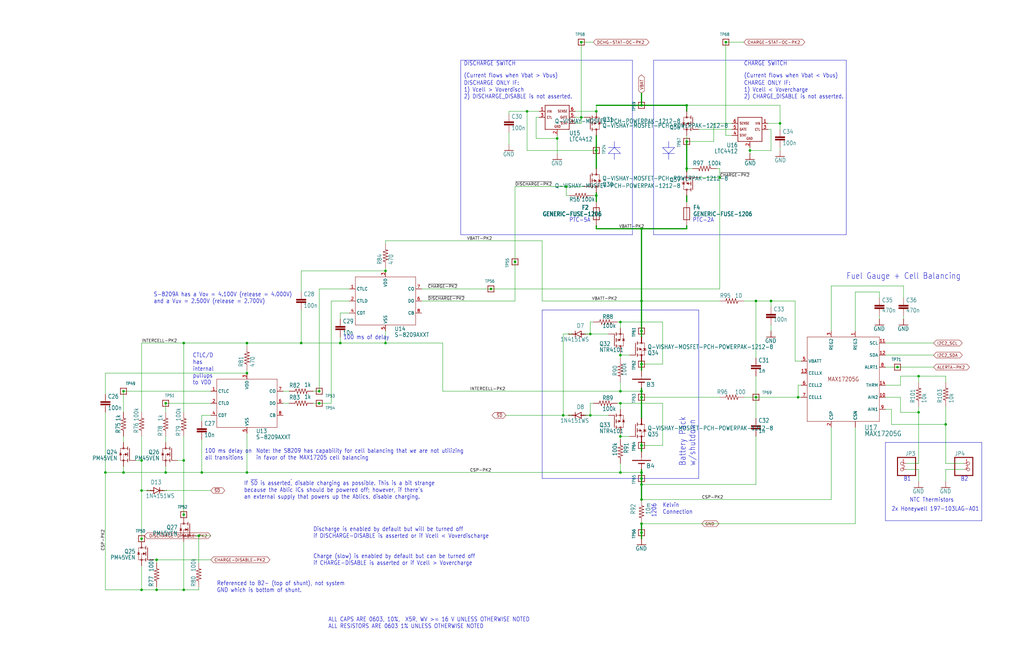
<source format=kicad_sch>
(kicad_sch (version 20230121) (generator eeschema)
  (paper "USLedger")
  (title_block (title "OreSat Battery Card - Pack 2 (Top)") (date "2023-12-02") (rev "3.1"))
  (junction (at 77.47 194.31))
  (junction (at 270.51 139.7))
  (junction (at 270.51 127))
  (junction (at 270.51 199.39))
  (junction (at 336.55 167.64))
  (junction (at 69.85 170.18))
  (junction (at 77.47 144.78))
  (junction (at 134.62 165.1))
  (junction (at 318.77 127))
  (junction (at 238.76 78.74))
  (junction (at 134.62 170.18))
  (junction (at 261.62 135.89))
  (junction (at 270.51 165.1))
  (junction (at 270.51 96.52))
  (junction (at 270.51 167.64))
  (junction (at 207.01 121.92))
  (junction (at 217.17 110.49))
  (junction (at 237.49 175.26))
  (junction (at 234.95 58.42))
  (junction (at 59.69 248.92))
  (junction (at 251.46 46.99))
  (junction (at 289.56 59.69))
  (junction (at 261.62 149.86))
  (junction (at 245.11 49.53))
  (junction (at 85.09 199.39))
  (junction (at 222.25 46.99))
  (junction (at 245.11 17.78))
  (junction (at 270.51 187.96))
  (junction (at 104.14 199.39))
  (junction (at 387.35 173.99))
  (junction (at 104.14 144.78))
  (junction (at 59.69 207.01))
  (junction (at 66.04 248.92))
  (junction (at 248.92 140.97))
  (junction (at 316.23 63.5))
  (junction (at 44.45 199.39))
  (junction (at 270.51 201.93))
  (junction (at 289.56 44.45))
  (junction (at 270.51 224.79))
  (junction (at 77.47 248.92))
  (junction (at 289.56 71.12))
  (junction (at 378.46 154.94))
  (junction (at 83.82 226.06))
  (junction (at 270.51 153.67))
  (junction (at 270.51 44.45))
  (junction (at 270.51 210.82))
  (junction (at 162.56 144.78))
  (junction (at 77.47 217.17))
  (junction (at 52.07 165.1))
  (junction (at 306.07 17.78))
  (junction (at 127 144.78))
  (junction (at 303.53 74.93))
  (junction (at 270.51 220.98))
  (junction (at 261.62 165.1))
  (junction (at 328.93 52.07))
  (junction (at 387.35 158.75))
  (junction (at 261.62 170.18))
  (junction (at 162.56 114.3))
  (junction (at 398.78 179.07))
  (junction (at 143.51 144.78))
  (junction (at 261.62 184.15))
  (junction (at 104.14 157.48))
  (junction (at 270.51 204.47))
  (junction (at 248.92 175.26))
  (junction (at 59.69 194.31))
  (junction (at 251.46 63.5))
  (junction (at 251.46 82.55))
  (junction (at 261.62 199.39))
  (junction (at 66.04 236.22))
  (junction (at 52.07 199.39))
  (junction (at 69.85 199.39))
  (junction (at 325.12 127))
  (junction (at 59.69 227.33))
  (junction (at 318.77 167.64))
  (wire (pts (xy 336.55 167.64) (xy 336.55 162.56)) (stroke (width 0.1524)))
  (wire (pts (xy 261.62 182.88) (xy 261.62 184.15)) (stroke (width 0.1524)))
  (wire (pts (xy 375.92 172.72) (xy 375.92 179.07)) (stroke (width 0.1524)))
  (wire (pts (xy 132.08 170.18) (xy 134.62 170.18)) (stroke (width 0.1524)))
  (wire (pts (xy 234.95 58.42) (xy 234.95 57.15)) (stroke (width 0.1524)))
  (wire (pts (xy 246.38 175.26) (xy 248.92 175.26)) (stroke (width 0.1524)))
  (polyline (pts (xy 228.6 130.81) (xy 228.6 201.93)) (stroke (width 0.1524) (type solid)))
  (wire (pts (xy 270.51 220.98) (xy 360.68 220.98)) (stroke (width 0.1524)))
  (wire (pts (xy 337.82 152.4) (xy 335.28 152.4)) (stroke (width 0.1524)))
  (wire (pts (xy 240.03 82.55) (xy 238.76 82.55)) (stroke (width 0.1524)))
  (wire (pts (xy 134.62 170.18) (xy 139.7 170.18)) (stroke (width 0.1524)))
  (wire (pts (xy 104.14 199.39) (xy 104.14 182.88)) (stroke (width 0.1524)))
  (wire (pts (xy 350.52 180.34) (xy 350.52 210.82)) (stroke (width 0.1524)))
  (wire (pts (xy 234.95 64.77) (xy 234.95 58.42)) (stroke (width 0.1524)))
  (polyline (pts (xy 414.02 186.69) (xy 373.38 186.69)) (stroke (width 0.1524) (type solid)))
  (wire (pts (xy 69.85 196.85) (xy 69.85 199.39)) (stroke (width 0.1524)))
  (wire (pts (xy 318.77 176.53) (xy 318.77 167.64)) (stroke (width 0.1524)))
  (wire (pts (xy 289.56 44.45) (xy 289.56 46.99)) (stroke (width 0.508)))
  (wire (pts (xy 88.9 165.1) (xy 52.07 165.1)) (stroke (width 0.1524)))
  (wire (pts (xy 246.38 78.74) (xy 238.76 78.74)) (stroke (width 0.1524)))
  (wire (pts (xy 248.92 140.97) (xy 256.54 140.97)) (stroke (width 0.1524)))
  (wire (pts (xy 379.73 162.56) (xy 379.73 158.75)) (stroke (width 0.1524)))
  (polyline (pts (xy 259.08 64.77) (xy 261.62 64.77)) (stroke (width 0.1524) (type solid)))
  (wire (pts (xy 387.35 195.58) (xy 382.27 195.58)) (stroke (width 0.1524)))
  (wire (pts (xy 289.56 59.69) (xy 289.56 57.15)) (stroke (width 0.1524)))
  (wire (pts (xy 270.51 201.93) (xy 270.51 199.39)) (stroke (width 0.508)))
  (wire (pts (xy 270.51 127) (xy 303.53 127)) (stroke (width 0.1524)))
  (wire (pts (xy 270.51 167.64) (xy 303.53 167.64)) (stroke (width 0.1524)))
  (wire (pts (xy 289.56 85.09) (xy 289.56 82.55)) (stroke (width 0.508)))
  (wire (pts (xy 360.68 123.19) (xy 360.68 139.7)) (stroke (width 0.1524)))
  (wire (pts (xy 306.07 17.78) (xy 313.69 17.78)) (stroke (width 0.1524)))
  (wire (pts (xy 325.12 63.5) (xy 325.12 54.61)) (stroke (width 0.1524)))
  (wire (pts (xy 289.56 71.12) (xy 289.56 59.69)) (stroke (width 0.508)))
  (polyline (pts (xy 281.94 64.77) (xy 281.94 67.31)) (stroke (width 0.1524) (type solid)))
  (polyline (pts (xy 194.31 25.4) (xy 266.7 25.4)) (stroke (width 0.1524) (type solid)))
  (wire (pts (xy 261.62 165.1) (xy 261.62 161.29)) (stroke (width 0.1524)))
  (wire (pts (xy 77.47 144.78) (xy 59.69 144.78)) (stroke (width 0.1524)))
  (wire (pts (xy 217.17 127) (xy 217.17 110.49)) (stroke (width 0.1524)))
  (wire (pts (xy 289.56 44.45) (xy 328.93 44.45)) (stroke (width 0.1524)))
  (wire (pts (xy 83.82 248.92) (xy 83.82 247.65)) (stroke (width 0.1524)))
  (wire (pts (xy 323.85 52.07) (xy 328.93 52.07)) (stroke (width 0.1524)))
  (wire (pts (xy 387.35 198.12) (xy 387.35 203.2)) (stroke (width 0.1524)))
  (polyline (pts (xy 261.62 62.23) (xy 259.08 62.23)) (stroke (width 0.1524) (type solid)))
  (wire (pts (xy 318.77 167.64) (xy 318.77 158.75)) (stroke (width 0.1524)))
  (wire (pts (xy 360.68 180.34) (xy 360.68 220.98)) (stroke (width 0.1524)))
  (wire (pts (xy 398.78 198.12) (xy 398.78 203.2)) (stroke (width 0.1524)))
  (wire (pts (xy 237.49 175.26) (xy 241.3 175.26)) (stroke (width 0.1524)))
  (wire (pts (xy 162.56 101.6) (xy 228.6 101.6)) (stroke (width 0.1524)))
  (wire (pts (xy 300.99 52.07) (xy 300.99 59.69)) (stroke (width 0.1524)))
  (wire (pts (xy 222.25 63.5) (xy 251.46 63.5)) (stroke (width 0.1524)))
  (polyline (pts (xy 281.94 62.23) (xy 281.94 59.69)) (stroke (width 0.1524) (type solid)))
  (wire (pts (xy 143.51 132.08) (xy 147.32 132.08)) (stroke (width 0.1524)))
  (wire (pts (xy 104.14 144.78) (xy 127 144.78)) (stroke (width 0.1524)))
  (wire (pts (xy 59.69 194.31) (xy 59.69 184.15)) (stroke (width 0.1524)))
  (wire (pts (xy 88.9 175.26) (xy 85.09 175.26)) (stroke (width 0.1524)))
  (wire (pts (xy 325.12 54.61) (xy 323.85 54.61)) (stroke (width 0.1524)))
  (wire (pts (xy 88.9 170.18) (xy 69.85 170.18)) (stroke (width 0.1524)))
  (wire (pts (xy 242.57 52.07) (xy 245.11 52.07)) (stroke (width 0.1524)))
  (polyline (pts (xy 194.31 99.06) (xy 194.31 25.4)) (stroke (width 0.1524) (type solid)))
  (polyline (pts (xy 275.59 99.06) (xy 356.87 99.06)) (stroke (width 0.1524) (type solid)))
  (wire (pts (xy 270.51 227.33) (xy 270.51 224.79)) (stroke (width 0.508)))
  (wire (pts (xy 248.92 170.18) (xy 248.92 175.26)) (stroke (width 0.1524)))
  (wire (pts (xy 379.73 158.75) (xy 387.35 158.75)) (stroke (width 0.1524)))
  (wire (pts (xy 246.38 140.97) (xy 248.92 140.97)) (stroke (width 0.1524)))
  (wire (pts (xy 387.35 173.99) (xy 387.35 171.45)) (stroke (width 0.1524)))
  (wire (pts (xy 270.51 167.64) (xy 270.51 165.1)) (stroke (width 0.508)))
  (polyline (pts (xy 275.59 25.4) (xy 356.87 25.4)) (stroke (width 0.1524) (type solid)))
  (wire (pts (xy 143.51 134.62) (xy 143.51 132.08)) (stroke (width 0.1524)))
  (wire (pts (xy 300.99 59.69) (xy 289.56 59.69)) (stroke (width 0.1524)))
  (polyline (pts (xy 294.64 130.81) (xy 294.64 201.93)) (stroke (width 0.1524) (type solid)))
  (wire (pts (xy 373.38 172.72) (xy 375.92 172.72)) (stroke (width 0.1524)))
  (wire (pts (xy 270.51 176.53) (xy 270.51 167.64)) (stroke (width 0.508)))
  (wire (pts (xy 328.93 62.23) (xy 328.93 63.5)) (stroke (width 0.1524)))
  (wire (pts (xy 336.55 162.56) (xy 337.82 162.56)) (stroke (width 0.1524)))
  (wire (pts (xy 251.46 82.55) (xy 251.46 81.28)) (stroke (width 0.508)))
  (polyline (pts (xy 275.59 25.4) (xy 275.59 99.06)) (stroke (width 0.1524) (type solid)))
  (wire (pts (xy 261.62 135.89) (xy 261.62 138.43)) (stroke (width 0.1524)))
  (wire (pts (xy 64.77 236.22) (xy 66.04 236.22)) (stroke (width 0.1524)))
  (wire (pts (xy 134.62 121.92) (xy 147.32 121.92)) (stroke (width 0.1524)))
  (wire (pts (xy 313.69 127) (xy 318.77 127)) (stroke (width 0.1524)))
  (wire (pts (xy 373.38 154.94) (xy 378.46 154.94)) (stroke (width 0.1524)))
  (wire (pts (xy 104.14 146.05) (xy 104.14 144.78)) (stroke (width 0.1524)))
  (wire (pts (xy 226.06 58.42) (xy 234.95 58.42)) (stroke (width 0.1524)))
  (polyline (pts (xy 259.08 62.23) (xy 256.54 64.77)) (stroke (width 0.1524) (type solid)))
  (wire (pts (xy 85.09 199.39) (xy 104.14 199.39)) (stroke (width 0.1524)))
  (wire (pts (xy 316.23 64.77) (xy 316.23 63.5)) (stroke (width 0.1524)))
  (polyline (pts (xy 284.48 64.77) (xy 281.94 64.77)) (stroke (width 0.1524) (type solid)))
  (polyline (pts (xy 266.7 25.4) (xy 266.7 99.06)) (stroke (width 0.1524) (type solid)))
  (wire (pts (xy 66.04 236.22) (xy 66.04 237.49)) (stroke (width 0.1524)))
  (wire (pts (xy 398.78 179.07) (xy 398.78 195.58)) (stroke (width 0.1524)))
  (wire (pts (xy 59.69 227.33) (xy 59.69 228.6)) (stroke (width 0.1524)))
  (wire (pts (xy 246.38 49.53) (xy 245.11 49.53)) (stroke (width 0.1524)))
  (wire (pts (xy 59.69 248.92) (xy 66.04 248.92)) (stroke (width 0.1524)))
  (wire (pts (xy 261.62 149.86) (xy 261.62 148.59)) (stroke (width 0.1524)))
  (wire (pts (xy 250.19 135.89) (xy 248.92 135.89)) (stroke (width 0.1524)))
  (wire (pts (xy 270.51 44.45) (xy 289.56 44.45)) (stroke (width 0.508)))
  (wire (pts (xy 52.07 173.99) (xy 52.07 165.1)) (stroke (width 0.1524)))
  (wire (pts (xy 306.07 57.15) (xy 308.61 57.15)) (stroke (width 0.1524)))
  (wire (pts (xy 242.57 46.99) (xy 251.46 46.99)) (stroke (width 0.1524)))
  (wire (pts (xy 69.85 173.99) (xy 69.85 170.18)) (stroke (width 0.1524)))
  (wire (pts (xy 260.35 135.89) (xy 261.62 135.89)) (stroke (width 0.1524)))
  (wire (pts (xy 398.78 179.07) (xy 398.78 171.45)) (stroke (width 0.1524)))
  (wire (pts (xy 162.56 114.3) (xy 127 114.3)) (stroke (width 0.1524)))
  (wire (pts (xy 325.12 129.54) (xy 325.12 127)) (stroke (width 0.1524)))
  (wire (pts (xy 228.6 127) (xy 270.51 127)) (stroke (width 0.1524)))
  (wire (pts (xy 82.55 226.06) (xy 83.82 226.06)) (stroke (width 0.1524)))
  (wire (pts (xy 237.49 140.97) (xy 237.49 175.26)) (stroke (width 0.1524)))
  (polyline (pts (xy 356.87 25.4) (xy 356.87 99.06)) (stroke (width 0.1524) (type solid)))
  (wire (pts (xy 270.51 187.96) (xy 270.51 186.69)) (stroke (width 0.508)))
  (wire (pts (xy 44.45 248.92) (xy 59.69 248.92)) (stroke (width 0.1524)))
  (wire (pts (xy 59.69 207.01) (xy 59.69 227.33)) (stroke (width 0.1524)))
  (wire (pts (xy 370.84 134.62) (xy 370.84 133.35)) (stroke (width 0.1524)))
  (wire (pts (xy 57.15 194.31) (xy 59.69 194.31)) (stroke (width 0.1524)))
  (wire (pts (xy 303.53 74.93) (xy 303.53 121.92)) (stroke (width 0.1524)))
  (wire (pts (xy 162.56 144.78) (xy 143.51 144.78)) (stroke (width 0.1524)))
  (wire (pts (xy 318.77 151.13) (xy 318.77 127)) (stroke (width 0.1524)))
  (polyline (pts (xy 373.38 186.69) (xy 373.38 219.71)) (stroke (width 0.1524) (type solid)))
  (wire (pts (xy 318.77 127) (xy 325.12 127)) (stroke (width 0.1524)))
  (wire (pts (xy 77.47 194.31) (xy 74.93 194.31)) (stroke (width 0.1524)))
  (wire (pts (xy 59.69 248.92) (xy 59.69 238.76)) (stroke (width 0.1524)))
  (wire (pts (xy 251.46 71.12) (xy 251.46 63.5)) (stroke (width 0.508)))
  (wire (pts (xy 245.11 49.53) (xy 245.11 17.78)) (stroke (width 0.1524)))
  (wire (pts (xy 77.47 194.31) (xy 77.47 217.17)) (stroke (width 0.1524)))
  (wire (pts (xy 308.61 52.07) (xy 300.99 52.07)) (stroke (width 0.1524)))
  (wire (pts (xy 119.38 165.1) (xy 121.92 165.1)) (stroke (width 0.1524)))
  (wire (pts (xy 77.47 248.92) (xy 77.47 228.6)) (stroke (width 0.1524)))
  (wire (pts (xy 127 144.78) (xy 127 130.81)) (stroke (width 0.1524)))
  (wire (pts (xy 77.47 194.31) (xy 77.47 184.15)) (stroke (width 0.1524)))
  (wire (pts (xy 143.51 144.78) (xy 143.51 142.24)) (stroke (width 0.1524)))
  (wire (pts (xy 270.51 204.47) (xy 318.77 204.47)) (stroke (width 0.1524)))
  (wire (pts (xy 260.35 170.18) (xy 261.62 170.18)) (stroke (width 0.1524)))
  (wire (pts (xy 139.7 170.18) (xy 139.7 127)) (stroke (width 0.1524)))
  (wire (pts (xy 350.52 120.65) (xy 381 120.65)) (stroke (width 0.1524)))
  (wire (pts (xy 328.93 44.45) (xy 328.93 52.07)) (stroke (width 0.1524)))
  (wire (pts (xy 139.7 127) (xy 147.32 127)) (stroke (width 0.1524)))
  (wire (pts (xy 217.17 110.49) (xy 217.17 78.74)) (stroke (width 0.1524)))
  (wire (pts (xy 66.04 248.92) (xy 77.47 248.92)) (stroke (width 0.1524)))
  (polyline (pts (xy 256.54 64.77) (xy 259.08 64.77)) (stroke (width 0.1524) (type solid)))
  (wire (pts (xy 337.82 167.64) (xy 336.55 167.64)) (stroke (width 0.1524)))
  (wire (pts (xy 289.56 71.12) (xy 292.1 71.12)) (stroke (width 0.1524)))
  (wire (pts (xy 162.56 102.87) (xy 162.56 101.6)) (stroke (width 0.1524)))
  (polyline (pts (xy 279.4 62.23) (xy 281.94 62.23)) (stroke (width 0.1524) (type solid)))
  (wire (pts (xy 59.69 194.31) (xy 59.69 207.01)) (stroke (width 0.1524)))
  (wire (pts (xy 132.08 165.1) (xy 134.62 165.1)) (stroke (width 0.1524)))
  (wire (pts (xy 270.51 142.24) (xy 270.51 139.7)) (stroke (width 0.508)))
  (wire (pts (xy 378.46 154.94) (xy 393.7 154.94)) (stroke (width 0.1524)))
  (polyline (pts (xy 259.08 62.23) (xy 256.54 62.23)) (stroke (width 0.1524) (type solid)))
  (wire (pts (xy 313.69 167.64) (xy 318.77 167.64)) (stroke (width 0.1524)))
  (wire (pts (xy 279.4 187.96) (xy 270.51 187.96)) (stroke (width 0.1524)))
  (wire (pts (xy 373.38 149.86) (xy 393.7 149.86)) (stroke (width 0.1524)))
  (wire (pts (xy 251.46 46.99) (xy 251.46 44.45)) (stroke (width 0.1524)))
  (wire (pts (xy 162.56 114.3) (xy 162.56 113.03)) (stroke (width 0.1524)))
  (wire (pts (xy 83.82 226.06) (xy 83.82 237.49)) (stroke (width 0.1524)))
  (polyline (pts (xy 281.94 62.23) (xy 284.48 62.23)) (stroke (width 0.1524) (type solid)))
  (wire (pts (xy 387.35 158.75) (xy 398.78 158.75)) (stroke (width 0.1524)))
  (polyline (pts (xy 281.94 64.77) (xy 279.4 62.23)) (stroke (width 0.1524) (type solid)))
  (wire (pts (xy 398.78 195.58) (xy 406.4 195.58)) (stroke (width 0.1524)))
  (wire (pts (xy 265.43 184.15) (xy 261.62 184.15)) (stroke (width 0.1524)))
  (wire (pts (xy 270.51 224.79) (xy 270.51 220.98)) (stroke (width 0.508)))
  (wire (pts (xy 270.51 163.83) (xy 270.51 165.1)) (stroke (width 0.508)))
  (wire (pts (xy 270.51 204.47) (xy 270.51 201.93)) (stroke (width 0.508)))
  (wire (pts (xy 52.07 186.69) (xy 52.07 184.15)) (stroke (width 0.1524)))
  (wire (pts (xy 222.25 46.99) (xy 214.63 46.99)) (stroke (width 0.1524)))
  (wire (pts (xy 289.56 72.39) (xy 289.56 71.12)) (stroke (width 0.508)))
  (wire (pts (xy 316.23 63.5) (xy 325.12 63.5)) (stroke (width 0.1524)))
  (wire (pts (xy 270.51 139.7) (xy 270.51 127)) (stroke (width 0.508)))
  (wire (pts (xy 248.92 135.89) (xy 248.92 140.97)) (stroke (width 0.1524)))
  (wire (pts (xy 63.5 207.01) (xy 59.69 207.01)) (stroke (width 0.1524)))
  (wire (pts (xy 207.01 121.92) (xy 177.8 121.92)) (stroke (width 0.1524)))
  (wire (pts (xy 104.14 157.48) (xy 104.14 156.21)) (stroke (width 0.1524)))
  (wire (pts (xy 261.62 151.13) (xy 261.62 149.86)) (stroke (width 0.1524)))
  (wire (pts (xy 162.56 144.78) (xy 162.56 139.7)) (stroke (width 0.1524)))
  (wire (pts (xy 270.51 44.45) (xy 270.51 39.37)) (stroke (width 0.508)))
  (wire (pts (xy 279.4 153.67) (xy 279.4 135.89)) (stroke (width 0.1524)))
  (wire (pts (xy 302.26 71.12) (xy 303.53 71.12)) (stroke (width 0.1524)))
  (wire (pts (xy 44.45 157.48) (xy 104.14 157.48)) (stroke (width 0.1524)))
  (wire (pts (xy 316.23 63.5) (xy 316.23 62.23)) (stroke (width 0.1524)))
  (wire (pts (xy 270.51 199.39) (xy 261.62 199.39)) (stroke (width 0.1524)))
  (wire (pts (xy 226.06 49.53) (xy 226.06 58.42)) (stroke (width 0.1524)))
  (wire (pts (xy 227.33 46.99) (xy 222.25 46.99)) (stroke (width 0.1524)))
  (polyline (pts (xy 259.08 62.23) (xy 259.08 59.69)) (stroke (width 0.1524) (type solid)))
  (wire (pts (xy 44.45 199.39) (xy 52.07 199.39)) (stroke (width 0.1524)))
  (wire (pts (xy 261.62 135.89) (xy 279.4 135.89)) (stroke (width 0.1524)))
  (wire (pts (xy 251.46 57.15) (xy 251.46 63.5)) (stroke (width 0.508)))
  (wire (pts (xy 381 134.62) (xy 381 133.35)) (stroke (width 0.1524)))
  (wire (pts (xy 222.25 63.5) (xy 222.25 46.99)) (stroke (width 0.1524)))
  (polyline (pts (xy 228.6 201.93) (xy 294.64 201.93)) (stroke (width 0.1524) (type solid)))
  (wire (pts (xy 406.4 198.12) (xy 398.78 198.12)) (stroke (width 0.1524)))
  (wire (pts (xy 66.04 247.65) (xy 66.04 248.92)) (stroke (width 0.1524)))
  (wire (pts (xy 52.07 199.39) (xy 69.85 199.39)) (stroke (width 0.1524)))
  (wire (pts (xy 52.07 196.85) (xy 52.07 199.39)) (stroke (width 0.1524)))
  (wire (pts (xy 303.53 121.92) (xy 207.01 121.92)) (stroke (width 0.1524)))
  (wire (pts (xy 306.07 17.78) (xy 306.07 57.15)) (stroke (width 0.1524)))
  (wire (pts (xy 251.46 82.55) (xy 251.46 85.09)) (stroke (width 0.508)))
  (wire (pts (xy 370.84 125.73) (xy 370.84 123.19)) (stroke (width 0.1524)))
  (wire (pts (xy 373.38 162.56) (xy 379.73 162.56)) (stroke (width 0.1524)))
  (wire (pts (xy 261.62 170.18) (xy 261.62 172.72)) (stroke (width 0.1524)))
  (wire (pts (xy 248.92 175.26) (xy 256.54 175.26)) (stroke (width 0.1524)))
  (wire (pts (xy 375.92 179.07) (xy 398.78 179.07)) (stroke (width 0.1524)))
  (wire (pts (xy 279.4 170.18) (xy 279.4 187.96)) (stroke (width 0.1524)))
  (wire (pts (xy 85.09 175.26) (xy 85.09 177.8)) (stroke (width 0.1524)))
  (wire (pts (xy 245.11 17.78) (xy 250.19 17.78)) (stroke (width 0.1524)))
  (polyline (pts (xy 266.7 99.06) (xy 194.31 99.06)) (stroke (width 0.1524) (type solid)))
  (wire (pts (xy 251.46 96.52) (xy 270.51 96.52)) (stroke (width 0.508)))
  (wire (pts (xy 379.73 173.99) (xy 387.35 173.99)) (stroke (width 0.1524)))
  (wire (pts (xy 261.62 184.15) (xy 261.62 185.42)) (stroke (width 0.1524)))
  (wire (pts (xy 261.62 195.58) (xy 261.62 199.39)) (stroke (width 0.1524)))
  (wire (pts (xy 227.33 49.53) (xy 226.06 49.53)) (stroke (width 0.1524)))
  (wire (pts (xy 387.35 161.29) (xy 387.35 158.75)) (stroke (width 0.1524)))
  (polyline (pts (xy 259.08 64.77) (xy 259.08 67.31)) (stroke (width 0.1524) (type solid)))
  (wire (pts (xy 143.51 144.78) (xy 127 144.78)) (stroke (width 0.1524)))
  (wire (pts (xy 294.64 74.93) (xy 303.53 74.93)) (stroke (width 0.1524)))
  (wire (pts (xy 261.62 199.39) (xy 104.14 199.39)) (stroke (width 0.1524)))
  (polyline (pts (xy 261.62 64.77) (xy 259.08 62.23)) (stroke (width 0.1524) (type solid)))
  (polyline (pts (xy 373.38 219.71) (xy 414.02 219.71)) (stroke (width 0.1524) (type solid)))
  (wire (pts (xy 270.51 210.82) (xy 350.52 210.82)) (stroke (width 0.1524)))
  (wire (pts (xy 303.53 74.93) (xy 303.53 71.12)) (stroke (width 0.1524)))
  (wire (pts (xy 250.19 170.18) (xy 248.92 170.18)) (stroke (width 0.1524)))
  (wire (pts (xy 242.57 49.53) (xy 245.11 49.53)) (stroke (width 0.1524)))
  (wire (pts (xy 66.04 236.22) (xy 88.9 236.22)) (stroke (width 0.1524)))
  (wire (pts (xy 44.45 199.39) (xy 44.45 248.92)) (stroke (width 0.1524)))
  (wire (pts (xy 335.28 152.4) (xy 335.28 127)) (stroke (width 0.1524)))
  (wire (pts (xy 387.35 198.12) (xy 382.27 198.12)) (stroke (width 0.1524)))
  (wire (pts (xy 228.6 127) (xy 228.6 101.6)) (stroke (width 0.1524)))
  (wire (pts (xy 186.69 144.78) (xy 162.56 144.78)) (stroke (width 0.1524)))
  (wire (pts (xy 69.85 184.15) (xy 69.85 186.69)) (stroke (width 0.1524)))
  (wire (pts (xy 379.73 167.64) (xy 379.73 173.99)) (stroke (width 0.1524)))
  (wire (pts (xy 85.09 185.42) (xy 85.09 199.39)) (stroke (width 0.1524)))
  (wire (pts (xy 373.38 167.64) (xy 379.73 167.64)) (stroke (width 0.1524)))
  (wire (pts (xy 177.8 127) (xy 217.17 127)) (stroke (width 0.1524)))
  (wire (pts (xy 44.45 199.39) (xy 44.45 173.99)) (stroke (width 0.1524)))
  (wire (pts (xy 250.19 82.55) (xy 251.46 82.55)) (stroke (width 0.1524)))
  (wire (pts (xy 238.76 78.74) (xy 217.17 78.74)) (stroke (width 0.1524)))
  (wire (pts (xy 77.47 248.92) (xy 83.82 248.92)) (stroke (width 0.1524)))
  (wire (pts (xy 270.51 165.1) (xy 261.62 165.1)) (stroke (width 0.1524)))
  (wire (pts (xy 83.82 226.06) (xy 88.9 226.06)) (stroke (width 0.1524)))
  (wire (pts (xy 318.77 167.64) (xy 336.55 167.64)) (stroke (width 0.1524)))
  (wire (pts (xy 134.62 165.1) (xy 134.62 121.92)) (stroke (width 0.1524)))
  (wire (pts (xy 261.62 165.1) (xy 186.69 165.1)) (stroke (width 0.1524)))
  (wire (pts (xy 214.63 48.26) (xy 214.63 46.99)) (stroke (width 0.1524)))
  (wire (pts (xy 241.3 140.97) (xy 237.49 140.97)) (stroke (width 0.1524)))
  (polyline (pts (xy 228.6 130.81) (xy 294.64 130.81)) (stroke (width 0.1524) (type solid)))
  (wire (pts (xy 270.51 156.21) (xy 270.51 153.67)) (stroke (width 0.508)))
  (wire (pts (xy 68.58 207.01) (xy 88.9 207.01)) (stroke (width 0.1524)))
  (wire (pts (xy 381 120.65) (xy 381 125.73)) (stroke (width 0.1524)))
  (wire (pts (xy 238.76 82.55) (xy 238.76 78.74)) (stroke (width 0.1524)))
  (polyline (pts (xy 284.48 62.23) (xy 281.94 64.77)) (stroke (width 0.1524) (type solid)))
  (wire (pts (xy 270.51 190.5) (xy 270.51 187.96)) (stroke (width 0.508)))
  (wire (pts (xy 270.51 198.12) (xy 270.51 199.39)) (stroke (width 0.508)))
  (wire (pts (xy 325.12 137.16) (xy 325.12 139.7)) (stroke (width 0.1524)))
  (wire (pts (xy 251.46 95.25) (xy 251.46 96.52)) (stroke (width 0.508)))
  (wire (pts (xy 270.51 96.52) (xy 270.51 127)) (stroke (width 0.508)))
  (wire (pts (xy 328.93 52.07) (xy 328.93 54.61)) (stroke (width 0.1524)))
  (wire (pts (xy 387.35 173.99) (xy 387.35 195.58)) (stroke (width 0.1524)))
  (wire (pts (xy 186.69 165.1) (xy 186.69 144.78)) (stroke (width 0.1524)))
  (wire (pts (xy 270.51 153.67) (xy 279.4 153.67)) (stroke (width 0.1524)))
  (wire (pts (xy 213.36 175.26) (xy 237.49 175.26)) (stroke (width 0.1524)))
  (wire (pts (xy 245.11 52.07) (xy 245.11 49.53)) (stroke (width 0.1524)))
  (wire (pts (xy 350.52 139.7) (xy 350.52 120.65)) (stroke (width 0.1524)))
  (wire (pts (xy 104.14 144.78) (xy 77.47 144.78)) (stroke (width 0.1524)))
  (wire (pts (xy 77.47 173.99) (xy 77.47 144.78)) (stroke (width 0.1524)))
  (wire (pts (xy 270.51 96.52) (xy 289.56 96.52)) (stroke (width 0.508)))
  (wire (pts (xy 127 114.3) (xy 127 123.19)) (stroke (width 0.1524)))
  (wire (pts (xy 325.12 127) (xy 335.28 127)) (stroke (width 0.1524)))
  (wire (pts (xy 398.78 158.75) (xy 398.78 161.29)) (stroke (width 0.1524)))
  (wire (pts (xy 370.84 123.19) (xy 360.68 123.19)) (stroke (width 0.1524)))
  (wire (pts (xy 261.62 170.18) (xy 279.4 170.18)) (stroke (width 0.1524)))
  (polyline (pts (xy 281.94 64.77) (xy 279.4 64.77)) (stroke (width 0.1524) (type solid)))
  (wire (pts (xy 119.38 170.18) (xy 121.92 170.18)) (stroke (width 0.1524)))
  (wire (pts (xy 373.38 144.78) (xy 393.7 144.78)) (stroke (width 0.1524)))
  (wire (pts (xy 318.77 184.15) (xy 318.77 204.47)) (stroke (width 0.1524)))
  (wire (pts (xy 44.45 166.37) (xy 44.45 157.48)) (stroke (width 0.1524)))
  (wire (pts (xy 265.43 149.86) (xy 261.62 149.86)) (stroke (width 0.1524)))
  (wire (pts (xy 270.51 204.47) (xy 270.51 210.82)) (stroke (width 0.508)))
  (polyline (pts (xy 414.02 219.71) (xy 414.02 186.69)) (stroke (width 0.1524) (type solid)))
  (wire (pts (xy 69.85 199.39) (xy 85.09 199.39)) (stroke (width 0.1524)))
  (wire (pts (xy 77.47 217.17) (xy 77.47 218.44)) (stroke (width 0.1524)))
  (wire (pts (xy 270.51 153.67) (xy 270.51 152.4)) (stroke (width 0.508)))
  (wire (pts (xy 294.64 54.61) (xy 308.61 54.61)) (stroke (width 0.1524)))
  (wire (pts (xy 59.69 173.99) (xy 59.69 144.78)) (stroke (width 0.1524)))
  (wire (pts (xy 289.56 95.25) (xy 289.56 96.52)) (stroke (width 0.508)))
  (wire (pts (xy 214.63 55.88) (xy 214.63 60.96)) (stroke (width 0.1524)))
  (wire (pts (xy 251.46 44.45) (xy 270.51 44.45)) (stroke (width 0.508)))
  (text "CHARGE SWITCH" (at 313.69 27.94 0) (effects (font (size 1.778 1.5113)) (justify left bottom)))
  (text "CTLC/D\nhas\ninternal\npullups\nto VDD" (at 81.28 162.56 0) (effects (font (size 1.778 1.5113)) (justify left bottom)))
  (text "1206" (at 276.86 218.44 90) (effects (font (size 1.778 1.5113)) (justify left bottom)))
  (text "If ~{SD} is asserted~{,} disable charging as possible. This is a bit strange\nbecause the Ablic ICs should be powered off; however, if there's\nan external supply that powers up the Ablics, disable charging." (at 102.87 210.82 0) (effects (font (size 1.778 1.5113)) (justify left bottom)))
  (text "NTC Thermistors" (at 383.54 212.09 0) (effects (font (size 1.778 1.5113)) (justify left bottom)))
  (text "Battery Pack\nw/shutdown" (at 293.37 196.85 90) (effects (font (size 2.54 2.159)) (justify left bottom)))
  (text "PTC-5A" (at 240.03 93.98 0) (effects (font (size 1.778 1.5113)) (justify left bottom)))
  (text "Referenced to B2- (top of shunt), not system\nGND which is bottom of shunt." (at 91.44 250.19 0) (effects (font (size 1.778 1.5113)) (justify left bottom)))
  (text "100 ms delay on\nall transitions" (at 86.36 194.31 0) (effects (font (size 1.778 1.5113)) (justify left bottom)))
  (text "2x Honeywell 197-103LAG-A01" (at 375.92 215.9 0) (effects (font (size 1.778 1.5113)) (justify left bottom)))
  (text "Fuel Gauge + Cell Balancing" (at 356.87 118.11 0) (effects (font (size 2.54 2.159)) (justify left bottom)))
  (text "100 ms of delay" (at 144.78 143.51 0) (effects (font (size 1.778 1.5113)) (justify left bottom)))
  (text "PTC-2A" (at 292.1 93.98 0) (effects (font (size 1.778 1.5113)) (justify left bottom)))
  (text "(Current flows when Vbat > Vbus)" (at 195.58 33.02 0) (effects (font (size 1.778 1.5113)) (justify left bottom)))
  (text "B2" (at 405.13 203.2 0) (effects (font (size 1.778 1.5113)) (justify left bottom)))
  (text "ALL CAPS ARE 0603, 10%,  X5R, WV >= 16 V UNLESS OTHERWISE NOTED\nALL RESISTORS ARE 0603 1% UNLESS OTHERWISE NOTED" (at 138.43 265.43 0) (effects (font (size 1.778 1.5113)) (justify left bottom)))
  (text "DISCHARGE SWITCH" (at 195.58 27.94 0) (effects (font (size 1.778 1.5113)) (justify left bottom)))
  (text "DISCHARGE ONLY IF:\n1) Vcell > Voverdisch\n2) DISCHARGE_DISABLE is not asserted." (at 195.58 41.91 0) (effects (font (size 1.778 1.5113)) (justify left bottom)))
  (text "Discharge is enabled by default but will be turned off\nif DISCHARGE-DISABLE is asserted or if Vcell < Voverdischarge" (at 132.08 227.33 0) (effects (font (size 1.778 1.5113)) (justify left bottom)))
  (text "Charge (slow) is enabled by default but can be turned off\nif CHARGE-DISABLE is asserted or if Vcell > Vovercharge" (at 132.08 238.76 0) (effects (font (size 1.778 1.5113)) (justify left bottom)))
  (text "Kelvin\nConnection" (at 279.4 217.17 0) (effects (font (size 1.778 1.5113)) (justify left bottom)))
  (text "B1" (at 381 203.2 0) (effects (font (size 1.778 1.5113)) (justify left bottom)))
  (text "S-8209A has a Vov = 4.100V (release = 4.000V)\nand a Vuv = 2.500V (release = 2.700V)" (at 64.77 128.27 0) (effects (font (size 1.778 1.5113)) (justify left bottom)))
  (text "Note: the S8209 has capability for cell balancing that we are not utilizing\nin favor of the MAX17205 cell balancing" (at 107.95 194.31 0) (effects (font (size 1.778 1.5113)) (justify left bottom)))
  (text "CHARGE ONLY IF:\n1) Vcell < Vovercharge\n2) CHARGE_DISABLE is not asserted." (at 313.69 41.91 0) (effects (font (size 1.778 1.5113)) (justify left bottom)))
  (text "(Current flows when Vbat < Vbus)" (at 313.69 33.02 0) (effects (font (size 1.778 1.5113)) (justify left bottom)))
  (label "VBATT-PK2" (at 260.985 96.52 0) (effects (font (size 1.2446 1.2446))))
  (label "INTERCELL-PK2" (at 59.69 144.78 0) (effects (font (size 1.2446 1.2446))))
  (label "~{DISCHARGE-PK2}" (at 180.34 127 0) (effects (font (size 1.2446 1.2446))))
  (label "~{CHARGE-PK2}" (at 180.34 121.92 0) (effects (font (size 1.2446 1.2446))))
  (label "INTERCELL-PK2" (at 198.12 165.1 0) (effects (font (size 1.2446 1.2446))))
  (label "~{DISCHARGE-PK2}" (at 217.17 78.74 0) (effects (font (size 1.2446 1.2446))))
  (label "~{CHARGE-PK2}" (at 303.53 74.93 0) (effects (font (size 1.2446 1.2446))))
  (label "CSP-PK2" (at 295.91 210.82 0) (effects (font (size 1.2446 1.2446))))
  (label "VBATT-PK2" (at 249.555 127 0) (effects (font (size 1.2446 1.2446))))
  (label "CSP-PK2" (at 44.45 232.41 90) (effects (font (size 1.2446 1.2446))))
  (label "CSP-PK2" (at 198.12 199.39 0) (effects (font (size 1.2446 1.2446))))
  (label "VBATT-PK2" (at 196.85 101.6 0) (effects (font (size 1.2446 1.2446))))
  (global_label "I2C2_SCL" (shape bidirectional) (at 393.7 144.78 0) (effects (font (size 1.2446 1.2446))) (property "Intersheetrefs" "${INTERSHEET_REFS}" (effects hide)))
  (global_label "CHARGE-STAT-OC-PK2" (shape bidirectional) (at 313.69 17.78 0) (effects (font (size 1.2446 1.2446))) (property "Intersheetrefs" "${INTERSHEET_REFS}" (effects hide)))
  (global_label "~{SD}" (shape bidirectional) (at 88.9 207.01 0) (effects (font (size 1.2446 1.2446))) (property "Intersheetrefs" "${INTERSHEET_REFS}" (effects hide)))
  (global_label "~{SD}" (shape bidirectional) (at 213.36 175.26 180) (effects (font (size 1.2446 1.2446))) (property "Intersheetrefs" "${INTERSHEET_REFS}" (effects hide)))
  (global_label "GND" (shape bidirectional) (at 295.91 220.98 0) (effects (font (size 1.2446 1.2446))) (property "Intersheetrefs" "${INTERSHEET_REFS}" (effects hide)))
  (global_label "DCHG-STAT-OC-PK2" (shape bidirectional) (at 250.19 17.78 0) (effects (font (size 1.2446 1.2446))) (property "Intersheetrefs" "${INTERSHEET_REFS}" (effects hide)))
  (global_label "VBAT" (shape bidirectional) (at 270.51 39.37 90) (effects (font (size 1.2446 1.2446))) (property "Intersheetrefs" "${INTERSHEET_REFS}" (effects hide)))
  (global_label "ALERTA-PK2" (shape bidirectional) (at 393.7 154.94 0) (effects (font (size 1.2446 1.2446))) (property "Intersheetrefs" "${INTERSHEET_REFS}" (effects hide)))
  (global_label "DISCHARGE-DISABLE-PK2" (shape bidirectional) (at 88.9 226.06 180) (effects (font (size 1.2446 1.2446))) (property "Intersheetrefs" "${INTERSHEET_REFS}" (effects hide)))
  (global_label "CHARGE-DISABLE-PK2" (shape bidirectional) (at 88.9 236.22 0) (effects (font (size 1.2446 1.2446))) (property "Intersheetrefs" "${INTERSHEET_REFS}" (effects hide)))
  (global_label "I2C2_SDA" (shape bidirectional) (at 393.7 149.86 0) (effects (font (size 1.2446 1.2446))) (property "Intersheetrefs" "${INTERSHEET_REFS}" (effects hide)))
  (symbol (lib_id "oresat-batteries-eagle-import:R-US_0603-C-NOSILK") (at 245.11 82.55 0) (unit 1)
    (property "Reference" "R56" (at 240.03 85.09 0) (effects (font (size 1.778 1.5113)) (justify left bottom)))
    (property "Value" "100k" (at 245.11 85.09 0) (effects (font (size 1.778 1.5113)) (justify left bottom)))
    (property "Footprint" "oresat-batteries:.0603-C-NOSILK" (effects hide))
    (property "DIS" "Digi-Key" (effects hide))
    (property "DPN" "RR08P100KDCT-ND" (effects hide))
    (property "MFR" "Yageo" (effects hide))
    (property "MPN" "RR0816P-104-D" (effects hide))
  )
  (symbol (lib_id "oresat-batteries-eagle-import:TEST-POINT-LARGE-SQUARE") (at 270.51 224.79 90) (unit 1)
    (property "Reference" "TP66" (at 267.97 227.33 0) (effects (font (size 1.27 1.0795)) (justify left bottom)))
    (property "Value" "TEST-POINT-LARGE-SQUARE" (effects hide))
    (property "Footprint" "oresat-batteries:1X01" (effects hide))
  )
  (symbol (lib_id "oresat-batteries-eagle-import:Q-VISHAY-MOSFET-PCH-POWERPAK-1212-8") (at 267.97 147.32 0) (mirror x) (unit 1)
    (property "Reference" "Q34" (at 273.05 147.955 0) (effects (font (size 1.778 1.5113)) (justify left bottom)))
    (property "Value" "Q-VISHAY-MOSFET-PCH-POWERPAK-1212-8" (at 273.05 145.415 0) (effects (font (size 1.778 1.5113)) (justify left bottom)))
    (property "Footprint" "oresat-batteries:POWERPAK-1212-8" (effects hide))
    (property "DIS" "Digi-Key" (effects hide))
    (property "DPN" "SI7625DN-T1-GE3CT-ND" (effects hide))
    (property "MFR" "Vishay" (effects hide))
    (property "MPN" "SI7625DN-T1-GE3" (effects hide))
  )
  (symbol (lib_id "oresat-batteries-eagle-import:Q-VISHAY-MOSFET-PCH-POWERPAK-1212-8") (at 248.92 52.07 0) (unit 1)
    (property "Reference" "Q31" (at 254 51.435 0) (effects (font (size 1.778 1.5113)) (justify left bottom)))
    (property "Value" "Q-VISHAY-MOSFET-PCH-POWERPAK-1212-8" (at 254 53.975 0) (effects (font (size 1.778 1.5113)) (justify left bottom)))
    (property "Footprint" "oresat-batteries:POWERPAK-1212-8" (effects hide))
    (property "DIS" "Digi-Key" (effects hide))
    (property "DPN" "SI7625DN-T1-GE3CT-ND" (effects hide))
    (property "MFR" "Vishay" (effects hide))
    (property "MPN" "SI7625DN-T1-GE3" (effects hide))
  )
  (symbol (lib_id "oresat-batteries-eagle-import:R-US_0603-C-NOSILK") (at 398.78 166.37 90) (unit 1)
    (property "Reference" "R103" (at 397.2814 170.18 0) (effects (font (size 1.778 1.5113)) (justify left bottom)))
    (property "Value" "10k" (at 402.082 170.18 0) (effects (font (size 1.778 1.5113)) (justify left bottom)))
    (property "Footprint" "oresat-batteries:.0603-C-NOSILK" (effects hide))
    (property "DIS" "Digi-Key" (effects hide))
    (property "DPN" "311-10.0KHRCT-ND" (effects hide))
    (property "MFR" "Yageo" (effects hide))
    (property "MPN" "RC0603FR-0710KL" (effects hide))
  )
  (symbol (lib_id "oresat-batteries-eagle-import:supply1_GND") (at 325.12 142.24 0) (unit 1)
    (property "Reference" "#GND064" (effects hide))
    (property "Value" "GND" (at 322.58 144.78 0) (effects (font (size 1.778 1.5113)) (justify left bottom)))
  )
  (symbol (lib_id "oresat-batteries-eagle-import:supply1_GND") (at 387.35 205.74 0) (unit 1)
    (property "Reference" "#GND070" (effects hide))
    (property "Value" "GND" (at 384.81 208.28 0) (effects (font (size 1.778 1.5113)) (justify left bottom)))
  )
  (symbol (lib_id "oresat-batteries-eagle-import:C-EU0603-C-NOSILK") (at 318.77 179.07 0) (unit 1)
    (property "Reference" "C32" (at 319.786 178.435 0) (effects (font (size 1.778 1.5113)) (justify left bottom)))
    (property "Value" "1n" (at 319.786 182.753 0) (effects (font (size 1.778 1.5113)) (justify left bottom)))
    (property "Footprint" "oresat-batteries:.0603-C-NOSILK" (effects hide))
    (property "DIS" "Digi-Key" (effects hide))
    (property "DPN" "311-1080-1-ND" (effects hide))
    (property "MFR" "Yageo" (effects hide))
    (property "MPN" "CC0603KRX7R9BB102" (effects hide))
  )
  (symbol (lib_id "oresat-batteries-eagle-import:TEST-POINT-LARGE-SQUARE") (at 270.51 167.64 90) (unit 1)
    (property "Reference" "TP63" (at 267.97 170.18 0) (effects (font (size 1.27 1.0795)) (justify left bottom)))
    (property "Value" "TEST-POINT-LARGE-SQUARE" (effects hide))
    (property "Footprint" "oresat-batteries:1X01" (effects hide))
  )
  (symbol (lib_id "oresat-batteries-eagle-import:TEST-POINT-LARGE-SQUARE") (at 270.51 153.67 90) (unit 1)
    (property "Reference" "TP62" (at 267.97 156.21 0) (effects (font (size 1.27 1.0795)) (justify left bottom)))
    (property "Value" "TEST-POINT-LARGE-SQUARE" (effects hide))
    (property "Footprint" "oresat-batteries:1X01" (effects hide))
  )
  (symbol (lib_id "oresat-batteries-eagle-import:C-EU0603-C-NOSILK") (at 214.63 50.8 0) (unit 1)
    (property "Reference" "C30" (at 215.646 50.165 0) (effects (font (size 1.778 1.5113)) (justify left bottom)))
    (property "Value" "100n" (at 215.646 54.991 0) (effects (font (size 1.778 1.5113)) (justify left bottom)))
    (property "Footprint" "oresat-batteries:.0603-C-NOSILK" (effects hide))
    (property "DIS" "Digi-Key" (effects hide))
    (property "DPN" "399-1099-1-ND" (effects hide))
    (property "MFR" "Kemet" (effects hide))
    (property "MPN" "C0603C104M4RACTU" (effects hide))
  )
  (symbol (lib_id "oresat-batteries-eagle-import:R-US_0603-C-NOSILK") (at 69.85 179.07 90) (unit 1)
    (property "Reference" "R78" (at 68.58 184.15 0) (effects (font (size 1.778 1.5113)) (justify left bottom)))
    (property "Value" "1k" (at 68.58 177.8 0) (effects (font (size 1.778 1.5113)) (justify left bottom)))
    (property "Footprint" "oresat-batteries:.0603-C-NOSILK" (effects hide))
    (property "DIS" "Digi-Key" (effects hide))
    (property "DPN" "311-1.0KGRCT-ND" (effects hide))
    (property "MFR" "Yageo" (effects hide))
    (property "MPN" "RC0603JR-071KL" (effects hide))
  )
  (symbol (lib_id "oresat-batteries-eagle-import:N-MOSFET-SOT-23-3") (at 54.61 191.77 0) (mirror y) (unit 1)
    (property "Reference" "Q24" (at 49.53 191.77 0) (effects (font (size 1.778 1.5113)) (justify left bottom)))
    (property "Value" "PM45VEN" (at 49.53 194.31 0) (effects (font (size 1.778 1.5113)) (justify left bottom)))
    (property "Footprint" "oresat-batteries:SOT23-3" (effects hide))
    (property "DIS" "Digi-Key" (effects hide))
    (property "DPN" "1727-2307-1-ND" (effects hide))
    (property "MFR" "Nexperia" (effects hide))
    (property "MPN" "PMV45EN2R" (effects hide))
  )
  (symbol (lib_id "oresat-batteries-eagle-import:R-US_0603-C-NOSILK") (at 162.56 107.95 90) (unit 1)
    (property "Reference" "R84" (at 161.0614 111.76 0) (effects (font (size 1.778 1.5113)) (justify left bottom)))
    (property "Value" "470" (at 165.862 111.76 0) (effects (font (size 1.778 1.5113)) (justify left bottom)))
    (property "Footprint" "oresat-batteries:.0603-C-NOSILK" (effects hide))
    (property "DIS" "Digi-Key" (effects hide))
    (property "DPN" "311-470GRCT-ND" (effects hide))
    (property "MFR" "Yageo" (effects hide))
    (property "MPN" "RC0603JR-07470RL" (effects hide))
  )
  (symbol (lib_id "oresat-batteries-eagle-import:supply1_GND") (at 214.63 63.5 0) (unit 1)
    (property "Reference" "#GND059" (effects hide))
    (property "Value" "GND" (at 212.09 66.04 0) (effects (font (size 1.778 1.5113)) (justify left bottom)))
  )
  (symbol (lib_id "oresat-batteries-eagle-import:supply1_GND") (at 316.23 67.31 0) (mirror y) (unit 1)
    (property "Reference" "#GND063" (effects hide))
    (property "Value" "GND" (at 318.77 69.85 0) (effects (font (size 1.778 1.5113)) (justify left bottom)))
  )
  (symbol (lib_id "oresat-batteries-eagle-import:Q-VISHAY-MOSFET-PCH-POWERPAK-1212-8") (at 267.97 181.61 0) (mirror x) (unit 1)
    (property "Reference" "Q35" (at 273.05 182.245 0) (effects (font (size 1.778 1.5113)) (justify left bottom)))
    (property "Value" "Q-VISHAY-MOSFET-PCH-POWERPAK-1212-8" (at 273.05 179.705 0) (effects (font (size 1.778 1.5113)) (justify left bottom)))
    (property "Footprint" "oresat-batteries:POWERPAK-1212-8" (effects hide))
    (property "DIS" "Digi-Key" (effects hide))
    (property "DPN" "SI7625DN-T1-GE3CT-ND" (effects hide))
    (property "MFR" "Vishay" (effects hide))
    (property "MPN" "SI7625DN-T1-GE3" (effects hide))
  )
  (symbol (lib_id "oresat-batteries-eagle-import:TEST-POINT-LARGE-SQUARE") (at 59.69 227.33 0) (unit 1)
    (property "Reference" "TP50" (at 57.15 224.79 0) (effects (font (size 1.27 1.0795)) (justify left bottom)))
    (property "Value" "TEST-POINT-LARGE-SQUARE" (effects hide))
    (property "Footprint" "oresat-batteries:1X01" (effects hide))
  )
  (symbol (lib_id "oresat-batteries-eagle-import:TEST-POINT-LARGE-SQUARE") (at 378.46 154.94 0) (mirror y) (unit 1)
    (property "Reference" "TP71" (at 375.92 152.4 0) (effects (font (size 1.27 1.0795)) (justify right bottom)))
    (property "Value" "TEST-POINT-LARGE-SQUARE" (effects hide))
    (property "Footprint" "oresat-batteries:1X01" (effects hide))
  )
  (symbol (lib_id "oresat-batteries-eagle-import:supply1_GND") (at 234.95 67.31 0) (unit 1)
    (property "Reference" "#GND060" (effects hide))
    (property "Value" "GND" (at 232.41 69.85 0) (effects (font (size 1.778 1.5113)) (justify left bottom)))
  )
  (symbol (lib_id "oresat-batteries-eagle-import:N-MOSFET-SOT-23-3") (at 62.23 233.68 0) (mirror y) (unit 1)
    (property "Reference" "Q25" (at 57.15 233.68 0) (effects (font (size 1.778 1.5113)) (justify left bottom)))
    (property "Value" "PM45VEN" (at 57.15 236.22 0) (effects (font (size 1.778 1.5113)) (justify left bottom)))
    (property "Footprint" "oresat-batteries:SOT23-3" (effects hide))
    (property "DIS" "Digi-Key" (effects hide))
    (property "DPN" "1727-2307-1-ND" (effects hide))
    (property "MFR" "Nexperia" (effects hide))
    (property "MPN" "PMV45EN2R" (effects hide))
  )
  (symbol (lib_id "oresat-batteries-eagle-import:PINHD-1X2") (at 408.94 198.12 0) (unit 1)
    (property "Reference" "JP4" (at 402.59 192.405 0) (effects (font (size 1.778 1.5113)) (justify left bottom)))
    (property "Value" "PINHD-1X2" (effects hide))
    (property "Footprint" "oresat-batteries:1X02" (effects hide))
  )
  (symbol (lib_id "oresat-batteries-eagle-import:R-US_0603-C-NOSILK") (at 66.04 242.57 90) (unit 1)
    (property "Reference" "R77" (at 64.77 247.65 0) (effects (font (size 1.778 1.5113)) (justify left bottom)))
    (property "Value" "100k" (at 64.77 241.3 0) (effects (font (size 1.778 1.5113)) (justify left bottom)))
    (property "Footprint" "oresat-batteries:.0603-C-NOSILK" (effects hide))
    (property "DIS" "Digi-Key" (effects hide))
    (property "DPN" "311-10.0KHRCT-ND" (effects hide))
    (property "MFR" "Yageo" (effects hide))
    (property "MPN" "RC0603FR-0710KL" (effects hide))
  )
  (symbol (lib_id "oresat-batteries-eagle-import:R-US_0603-C-NOSILK") (at 261.62 190.5 270) (unit 1)
    (property "Reference" "R91" (at 263.1186 186.69 0) (effects (font (size 1.778 1.5113)) (justify left bottom)))
    (property "Value" "100k" (at 258.318 186.69 0) (effects (font (size 1.778 1.5113)) (justify left bottom)))
    (property "Footprint" "oresat-batteries:.0603-C-NOSILK" (effects hide))
    (property "DIS" "Digi-Key" (effects hide))
    (property "DPN" "311-1.00MHRCT-ND" (effects hide))
    (property "MFR" "Yageo" (effects hide))
    (property "MPN" "RC0603FR-071ML" (effects hide))
  )
  (symbol (lib_id "oresat-batteries-eagle-import:C-EU0603-C-NOSILK") (at 370.84 128.27 0) (unit 1)
    (property "Reference" "C35" (at 371.856 127.635 0) (effects (font (size 1.778 1.5113)) (justify left bottom)))
    (property "Value" "470n" (at 371.856 131.953 0) (effects (font (size 1.778 1.5113)) (justify left bottom)))
    (property "Footprint" "oresat-batteries:.0603-C-NOSILK" (effects hide))
    (property "DIS" "Digi-Key" (effects hide))
    (property "DPN" "399-7934-1-ND" (effects hide))
    (property "MFR" "Kemet" (effects hide))
    (property "MPN" "C0603C474K4PACTU" (effects hide))
  )
  (symbol (lib_id "oresat-batteries-eagle-import:TEST-POINT-LARGE-SQUARE") (at 251.46 63.5 270) (unit 1)
    (property "Reference" "TP24" (at 254 60.96 0) (effects (font (size 1.27 1.0795)) (justify left bottom)))
    (property "Value" "TEST-POINT-LARGE-SQUARE" (effects hide))
    (property "Footprint" "oresat-batteries:1X01" (effects hide))
  )
  (symbol (lib_id "oresat-batteries-eagle-import:R-US_0603-C-NOSILK") (at 127 170.18 0) (unit 1)
    (property "Reference" "R83" (at 121.92 168.6814 0) (effects (font (size 1.778 1.5113)) (justify left bottom)))
    (property "Value" "1k" (at 128.27 168.402 0) (effects (font (size 1.778 1.5113)) (justify left bottom)))
    (property "Footprint" "oresat-batteries:.0603-C-NOSILK" (effects hide))
    (property "DIS" "Digi-Key" (effects hide))
    (property "DPN" "311-1.0KGRCT-ND" (effects hide))
    (property "MFR" "Yageo" (effects hide))
    (property "MPN" "RC0603JR-071KL" (effects hide))
  )
  (symbol (lib_id "oresat-batteries-eagle-import:C-EU0603-C-NOSILK") (at 381 128.27 0) (unit 1)
    (property "Reference" "C36" (at 382.016 127.635 0) (effects (font (size 1.778 1.5113)) (justify left bottom)))
    (property "Value" "470n" (at 382.016 131.953 0) (effects (font (size 1.778 1.5113)) (justify left bottom)))
    (property "Footprint" "oresat-batteries:.0603-C-NOSILK" (effects hide))
    (property "DIS" "Digi-Key" (effects hide))
    (property "DPN" "399-7934-1-ND" (effects hide))
    (property "MFR" "Kemet" (effects hide))
    (property "MPN" "C0603C474K4PACTU" (effects hide))
  )
  (symbol (lib_id "oresat-batteries-eagle-import:C-EU0603-C-NOSILK") (at 328.93 57.15 0) (unit 1)
    (property "Reference" "C34" (at 329.946 56.515 0) (effects (font (size 1.778 1.5113)) (justify left bottom)))
    (property "Value" "100n" (at 329.946 61.341 0) (effects (font (size 1.778 1.5113)) (justify left bottom)))
    (property "Footprint" "oresat-batteries:.0603-C-NOSILK" (effects hide))
    (property "DIS" "Digi-Key" (effects hide))
    (property "DPN" "399-1099-1-ND" (effects hide))
    (property "MFR" "Kemet" (effects hide))
    (property "MPN" "C0603C104M4RACTU" (effects hide))
  )
  (symbol (lib_id "oresat-batteries-eagle-import:TEST-POINT-LARGE-SQUARE") (at 245.11 17.78 0) (mirror y) (unit 1)
    (property "Reference" "TP58" (at 242.57 15.24 0) (effects (font (size 1.27 1.0795)) (justify right bottom)))
    (property "Value" "TEST-POINT-LARGE-SQUARE" (effects hide))
    (property "Footprint" "oresat-batteries:1X01" (effects hide))
  )
  (symbol (lib_id "oresat-batteries-eagle-import:B-18650-LI-BATTERY") (at 270.51 195.58 270) (unit 1)
    (property "Reference" "B4" (at 274.32 197.612 90) (effects (font (size 1.778 1.778)) (justify bottom)))
    (property "Value" "B-18650-LI-BATTERY" (effects hide))
    (property "Footprint" "oresat-batteries:18650" (effects hide))
    (property "DIS" "Tenergy" (effects hide))
    (property "DPN" "MH48285" (effects hide))
    (property "MFR" "Tenergy" (effects hide))
    (property "MPN" "MH48285" (effects hide))
  )
  (symbol (lib_id "oresat-batteries-eagle-import:S-8209AXXT") (at 104.14 170.18 0) (unit 1)
    (property "Reference" "U13" (at 107.95 182.88 0) (effects (font (size 1.778 1.5113)) (justify left bottom)))
    (property "Value" "S-8209AXXT" (at 107.95 185.42 0) (effects (font (size 1.778 1.5113)) (justify left bottom)))
    (property "Footprint" "oresat-batteries:TSSOP8" (effects hide))
    (property "MFR" "Ablic" (effects hide))
    (property "MPN" "S-8209AAA-T8T1U" (effects hide))
  )
  (symbol (lib_id "oresat-batteries-eagle-import:R-US_0603-C-NOSILK") (at 261.62 156.21 270) (unit 1)
    (property "Reference" "R90" (at 260.35 158.75 0) (effects (font (size 1.778 1.5113)) (justify right top)))
    (property "Value" "100k" (at 264.16 158.75 0) (effects (font (size 1.778 1.5113)) (justify right top)))
    (property "Footprint" "oresat-batteries:.0603-C-NOSILK" (effects hide))
    (property "DIS" "Digi-Key" (effects hide))
    (property "DPN" "311-1.00MHRCT-ND" (effects hide))
    (property "MFR" "Yageo" (effects hide))
    (property "MPN" "RC0603FR-071ML" (effects hide))
  )
  (symbol (lib_id "oresat-batteries-eagle-import:N-MOSFET-SOT-23-3") (at 80.01 223.52 0) (mirror y) (unit 1)
    (property "Reference" "Q27" (at 74.93 223.52 0) (effects (font (size 1.778 1.5113)) (justify left bottom)))
    (property "Value" "PM45VEN" (at 74.93 226.06 0) (effects (font (size 1.778 1.5113)) (justify left bottom)))
    (property "Footprint" "oresat-batteries:SOT23-3" (effects hide))
    (property "DIS" "Digi-Key" (effects hide))
    (property "DPN" "1727-2307-1-ND" (effects hide))
    (property "MFR" "Nexperia" (effects hide))
    (property "MPN" "PMV45EN2R" (effects hide))
  )
  (symbol (lib_id "oresat-batteries-eagle-import:R-US_0603-C-NOSILK") (at 308.61 127 180) (unit 1)
    (property "Reference" "R95" (at 303.53 125.73 0) (effects (font (size 1.778 1.5113)) (justify right top)))
    (property "Value" "10" (at 309.88 125.73 0) (effects (font (size 1.778 1.5113)) (justify right top)))
    (property "Footprint" "oresat-batteries:.0603-C-NOSILK" (effects hide))
    (property "DIS" "Digi-Key" (effects hide))
    (property "DPN" "311-10.0HRCT-ND" (effects hide))
    (property "MFR" "Yageo" (effects hide))
    (property "MPN" "RC0603FR-0710RL" (effects hide))
  )
  (symbol (lib_id "oresat-batteries-eagle-import:Q-VISHAY-MOSFET-PCH-POWERPAK-1212-8") (at 292.1 77.47 0) (mirror y) (unit 1)
    (property "Reference" "Q37" (at 287.02 76.835 0) (effects (font (size 1.778 1.5113)) (justify left bottom)))
    (property "Value" "Q-VISHAY-MOSFET-PCH-POWERPAK-1212-8" (at 287.02 79.375 0) (effects (font (size 1.778 1.5113)) (justify left bottom)))
    (property "Footprint" "oresat-batteries:POWERPAK-1212-8" (effects hide))
    (property "DIS" "Digi-Key" (effects hide))
    (property "DPN" "SI7625DN-T1-GE3CT-ND" (effects hide))
    (property "MFR" "Vishay" (effects hide))
    (property "MPN" "SI7625DN-T1-GE3" (effects hide))
  )
  (symbol (lib_id "oresat-batteries-eagle-import:R-US_0603-C-NOSILK") (at 77.47 179.07 270) (unit 1)
    (property "Reference" "R79" (at 76.2 184.15 0) (effects (font (size 1.778 1.5113)) (justify right top)))
    (property "Value" "100k" (at 76.2 177.8 0) (effects (font (size 1.778 1.5113)) (justify right top)))
    (property "Footprint" "oresat-batteries:.0603-C-NOSILK" (effects hide))
    (property "DIS" "Digi-Key" (effects hide))
    (property "DPN" "311-1.00MHRCT-ND" (effects hide))
    (property "MFR" "Yageo" (effects hide))
    (property "MPN" "RC0603FR-071ML" (effects hide))
  )
  (symbol (lib_id "oresat-batteries-eagle-import:R-US_0603-C-NOSILK") (at 127 165.1 0) (unit 1)
    (property "Reference" "R82" (at 121.92 163.6014 0) (effects (font (size 1.778 1.5113)) (justify left bottom)))
    (property "Value" "1k" (at 128.27 163.322 0) (effects (font (size 1.778 1.5113)) (justify left bottom)))
    (property "Footprint" "oresat-batteries:.0603-C-NOSILK" (effects hide))
    (property "DIS" "Digi-Key" (effects hide))
    (property "DPN" "311-1.0KGRCT-ND" (effects hide))
    (property "MFR" "Yageo" (effects hide))
    (property "MPN" "RC0603JR-071KL" (effects hide))
  )
  (symbol (lib_id "oresat-batteries-eagle-import:R-US_0603-C-NOSILK") (at 387.35 166.37 90) (unit 1)
    (property "Reference" "R101" (at 385.8514 170.18 0) (effects (font (size 1.778 1.5113)) (justify left bottom)))
    (property "Value" "10k" (at 390.652 170.18 0) (effects (font (size 1.778 1.5113)) (justify left bottom)))
    (property "Footprint" "oresat-batteries:.0603-C-NOSILK" (effects hide))
    (property "DIS" "Digi-Key" (effects hide))
    (property "DISTRIBUTOR" "Digi-key" (effects hide))
    (property "DPN" "311-10.0KHRCT-ND" (effects hide))
    (property "MFR" "Yageo" (effects hide))
    (property "MPN" "RC0603FR-0710KL" (effects hide))
  )
  (symbol (lib_id "oresat-batteries-eagle-import:Q-VISHAY-MOSFET-PCH-POWERPAK-1212-8") (at 292.1 52.07 180) (unit 1)
    (property "Reference" "Q36" (at 287.02 52.705 0) (effects (font (size 1.778 1.5113)) (justify left bottom)))
    (property "Value" "Q-VISHAY-MOSFET-PCH-POWERPAK-1212-8" (at 287.02 50.165 0) (effects (font (size 1.778 1.5113)) (justify left bottom)))
    (property "Footprint" "oresat-batteries:POWERPAK-1212-8" (effects hide))
    (property "DIS" "Digi-Key" (effects hide))
    (property "DPN" "SI7625DN-T1-GE3CT-ND" (effects hide))
    (property "MFR" "Vishay" (effects hide))
    (property "MPN" "SI7625DN-T1-GE3" (effects hide))
  )
  (symbol (lib_id "oresat-batteries-eagle-import:TEST-POINT-LARGE-SQUARE") (at 318.77 167.64 0) (mirror y) (unit 1)
    (property "Reference" "TP69" (at 321.31 166.37 0) (effects (font (size 1.27 1.0795)) (justify right bottom)))
    (property "Value" "TEST-POINT-LARGE-SQUARE" (effects hide))
    (property "Footprint" "oresat-batteries:1X01" (effects hide))
  )
  (symbol (lib_id "oresat-batteries-eagle-import:TEST-POINT-LARGE-SQUARE") (at 134.62 165.1 270) (mirror x) (unit 1)
    (property "Reference" "TP53" (at 137.16 166.37 90) (effects (font (size 1.27 1.0795)) (justify left bottom)))
    (property "Value" "TEST-POINT-LARGE-SQUARE" (effects hide))
    (property "Footprint" "oresat-batteries:1X01" (effects hide))
  )
  (symbol (lib_id "oresat-batteries-eagle-import:P-MOSFET-SOT23-3") (at 259.08 143.51 0) (unit 1)
    (property "Reference" "Q32" (at 252.73 146.05 0) (effects (font (size 1.778 1.5113)) (justify left bottom)))
    (property "Value" "NTR4101" (at 252.73 148.59 0) (effects (font (size 1.778 1.5113)) (justify left bottom)))
    (property "Footprint" "oresat-batteries:SOT23-3" (effects hide))
    (property "DIS" "Digi-Key" (effects hide))
    (property "DPN" "NTR4101PT1GOSCT-ND" (effects hide))
    (property "MFR" "ON Semi" (effects hide))
    (property "MPN" "NTR4101PT1G" (effects hide))
  )
  (symbol (lib_id "oresat-batteries-eagle-import:supply1_GND") (at 398.78 205.74 0) (unit 1)
    (property "Reference" "#GND071" (effects hide))
    (property "Value" "GND" (at 396.24 208.28 0) (effects (font (size 1.778 1.5113)) (justify left bottom)))
  )
  (symbol (lib_id "oresat-batteries-eagle-import:C-EU0603-C-NOSILK") (at 85.09 180.34 0) (unit 1)
    (property "Reference" "C27" (at 86.106 179.705 0) (effects (font (size 1.778 1.5113)) (justify left bottom)))
    (property "Value" "10n" (at 86.106 184.531 0) (effects (font (size 1.778 1.5113)) (justify left bottom)))
    (property "Footprint" "oresat-batteries:.0603-C-NOSILK" (effects hide))
    (property "DPN" "399-7842-1-ND" (effects hide))
    (property "MFR" "Kemet" (effects hide))
    (property "MPN" "C0603C103M5RACTU" (effects hide))
  )
  (symbol (lib_id "oresat-batteries-eagle-import:MAX17205G") (at 355.6 160.02 0) (unit 1)
    (property "Reference" "U17" (at 364.49 181.61 0) (effects (font (size 2.0828 1.7703)) (justify left bottom)))
    (property "Value" "MAX17205G" (at 364.49 184.15 0) (effects (font (size 2.0828 1.7703)) (justify left bottom)))
    (property "Footprint" "oresat-batteries:21-0137I_T1433-2" (effects hide))
    (property "DIS" "Digi-Key" (effects hide))
    (property "DPN" "MAX17205G+TCT-ND" (effects hide))
    (property "MFR" "Maxim" (effects hide))
    (property "MPN" "MAX17205G+T" (effects hide))
  )
  (symbol (lib_id "oresat-batteries-eagle-import:TEST-POINT-LARGE-SQUARE") (at 77.47 217.17 0) (unit 1)
    (property "Reference" "TP52" (at 74.93 214.63 0) (effects (font (size 1.27 1.0795)) (justify left bottom)))
    (property "Value" "TEST-POINT-LARGE-SQUARE" (effects hide))
    (property "Footprint" "oresat-batteries:1X01" (effects hide))
  )
  (symbol (lib_id "oresat-batteries-eagle-import:supply1_GND") (at 328.93 66.04 0) (mirror y) (unit 1)
    (property "Reference" "#GND065" (effects hide))
    (property "Value" "GND" (at 331.47 68.58 0) (effects (font (size 1.778 1.5113)) (justify left bottom)))
  )
  (symbol (lib_id "oresat-batteries-eagle-import:R-US_0603-C-NOSILK") (at 308.61 167.64 0) (unit 1)
    (property "Reference" "R96" (at 302.26 166.37 0) (effects (font (size 1.778 1.5113)) (justify left bottom)))
    (property "Value" "100" (at 309.88 166.37 0) (effects (font (size 1.778 1.5113)) (justify left bottom)))
    (property "Footprint" "oresat-batteries:.0603-C-NOSILK" (effects hide))
    (property "DIS" "Digi-Key" (effects hide))
    (property "DPN" "311-100HRCT-ND" (effects hide))
    (property "MFR" "Yageo" (effects hide))
    (property "MPN" "RC0603FR-07100RL" (effects hide))
  )
  (symbol (lib_id "oresat-batteries-eagle-import:C-EU0603-C-NOSILK") (at 127 125.73 0) (unit 1)
    (property "Reference" "C28" (at 128.016 125.095 0) (effects (font (size 1.778 1.5113)) (justify left bottom)))
    (property "Value" "100n" (at 128.016 129.921 0) (effects (font (size 1.778 1.5113)) (justify left bottom)))
    (property "Footprint" "oresat-batteries:.0603-C-NOSILK" (effects hide))
    (property "DIS" "Digi-Key" (effects hide))
    (property "DPN" "399-1099-1-ND" (effects hide))
    (property "MFR" "Kemet" (effects hide))
    (property "MPN" "C0603C104M4RACTU" (effects hide))
  )
  (symbol (lib_id "oresat-batteries-eagle-import:DIODE-SOD323-R") (at 66.04 207.01 0) (unit 1)
    (property "Reference" "D13" (at 63.5 204.47 0) (effects (font (size 1.778 1.5113)) (justify left bottom)))
    (property "Value" "1N4151WS" (at 73.66 208.28 0) (effects (font (size 1.778 1.5113)) (justify right top)))
    (property "Footprint" "oresat-batteries:SOD323-R" (effects hide))
    (property "DIS" "Digi-Key" (effects hide))
    (property "DPN" "112-1N4151WS-E3-08CT-ND " (effects hide))
    (property "MFR" "Vishay" (effects hide))
    (property "MPN" "1N4151WS-E3-08" (effects hide))
  )
  (symbol (lib_id "oresat-batteries-eagle-import:TEST-POINT-LARGE-SQUARE") (at 289.56 59.69 90) (unit 1)
    (property "Reference" "TP67" (at 287.02 62.23 0) (effects (font (size 1.27 1.0795)) (justify left bottom)))
    (property "Value" "TEST-POINT-LARGE-SQUARE" (effects hide))
    (property "Footprint" "oresat-batteries:1X01" (effects hide))
  )
  (symbol (lib_id "oresat-batteries-eagle-import:TEST-POINT-LARGE-SQUARE") (at 217.17 110.49 90) (unit 1)
    (property "Reference" "TP55" (at 214.63 113.03 0) (effects (font (size 1.27 1.0795)) (justify left bottom)))
    (property "Value" "TEST-POINT-LARGE-SQUARE" (effects hide))
    (property "Footprint" "oresat-batteries:1X01" (effects hide))
  )
  (symbol (lib_id "oresat-batteries-eagle-import:TEST-POINT-LARGE-SQUARE") (at 306.07 17.78 0) (mirror y) (unit 1)
    (property "Reference" "TP68" (at 303.53 15.24 0) (effects (font (size 1.27 1.0795)) (justify right bottom)))
    (property "Value" "TEST-POINT-LARGE-SQUARE" (effects hide))
    (property "Footprint" "oresat-batteries:1X01" (effects hide))
  )
  (symbol (lib_id "oresat-batteries-eagle-import:DIODE-SOD323-R") (at 243.84 175.26 0) (mirror y) (unit 1)
    (property "Reference" "D8" (at 246.38 172.72 0) (effects (font (size 1.778 1.5113)) (justify left bottom)))
    (property "Value" "1N4151WS" (at 236.22 176.53 0) (effects (font (size 1.778 1.5113)) (justify right top)))
    (property "Footprint" "oresat-batteries:SOD323-R" (effects hide))
    (property "DIS" "Digi-Key" (effects hide))
    (property "DPN" "112-1N4151WS-E3-08CT-ND " (effects hide))
    (property "MFR" "Vishay" (effects hide))
    (property "MPN" "1N4151WS-E3-08" (effects hide))
  )
  (symbol (lib_id "oresat-batteries-eagle-import:TEST-POINT-LARGE-SQUARE") (at 134.62 170.18 270) (mirror x) (unit 1)
    (property "Reference" "TP54" (at 137.16 171.45 90) (effects (font (size 1.27 1.0795)) (justify left bottom)))
    (property "Value" "TEST-POINT-LARGE-SQUARE" (effects hide))
    (property "Footprint" "oresat-batteries:1X01" (effects hide))
  )
  (symbol (lib_id "oresat-batteries-eagle-import:supply1_GND") (at 270.51 229.87 0) (unit 1)
    (property "Reference" "#GND061" (effects hide))
    (property "Value" "GND" (at 267.97 232.41 0) (effects (font (size 1.778 1.5113)) (justify left bottom)))
  )
  (symbol (lib_id "oresat-batteries-eagle-import:Q-VISHAY-MOSFET-PCH-POWERPAK-1212-8") (at 248.92 76.2 0) (mirror x) (unit 1)
    (property "Reference" "Q30" (at 254 76.835 0) (effects (font (size 1.778 1.5113)) (justify left bottom)))
    (property "Value" "Q-VISHAY-MOSFET-PCH-POWERPAK-1212-8" (at 254 74.295 0) (effects (font (size 1.778 1.5113)) (justify left bottom)))
    (property "Footprint" "oresat-batteries:POWERPAK-1212-8" (effects hide))
    (property "DIS" "Digi-Key" (effects hide))
    (property "DPN" "SI7625DN-T1-GE3CT-ND" (effects hide))
    (property "MFR" "Vishay" (effects hide))
    (property "MPN" "SI7625DN-T1-GE3" (effects hide))
  )
  (symbol (lib_id "oresat-batteries-eagle-import:R-US_1206-C") (at 270.51 215.9 270) (unit 1)
    (property "Reference" "R92" (at 267.97 217.17 0) (effects (font (size 1.778 1.5113)) (justify right top)))
    (property "Value" "10m" (at 274.32 217.17 0) (effects (font (size 1.778 1.5113)) (justify right top)))
    (property "Footprint" "oresat-batteries:1206-C" (effects hide))
    (property "DIS" "Digi-Key" (effects hide))
    (property "DPN" "696-1374-1-ND" (effects hide))
    (property "MFR" "Riedon" (effects hide))
    (property "MPN" "CSR1206-0R01F1" (effects hide))
  )
  (symbol (lib_id "oresat-batteries-eagle-import:TEST-POINT-LARGE-SQUARE") (at 270.51 44.45 90) (unit 1)
    (property "Reference" "TP59" (at 267.97 46.99 0) (effects (font (size 1.27 1.0795)) (justify left bottom)))
    (property "Value" "TEST-POINT-LARGE-SQUARE" (effects hide))
    (property "Footprint" "oresat-batteries:1X01" (effects hide))
  )
  (symbol (lib_id "oresat-batteries-eagle-import:TEST-POINT-LARGE-SQUARE") (at 270.51 139.7 90) (unit 1)
    (property "Reference" "TP61" (at 267.97 142.24 0) (effects (font (size 1.27 1.0795)) (justify left bottom)))
    (property "Value" "TEST-POINT-LARGE-SQUARE" (effects hide))
    (property "Footprint" "oresat-batteries:1X01" (effects hide))
  )
  (symbol (lib_id "oresat-batteries-eagle-import:R-US_0603-C-NOSILK") (at 255.27 135.89 0) (unit 1)
    (property "Reference" "R88" (at 254 134.62 0) (effects (font (size 1.778 1.5113)) (justify left bottom)))
    (property "Value" "100k" (at 254 138.43 0) (effects (font (size 1.778 1.5113)) (justify left bottom)))
    (property "Footprint" "oresat-batteries:.0603-C-NOSILK" (effects hide))
    (property "DIS" "Digi-Key" (effects hide))
    (property "DPN" "311-1.00MHRCT-ND" (effects hide))
    (property "MFR" "Yageo" (effects hide))
    (property "MPN" "RC0603FR-071ML" (effects hide))
  )
  (symbol (lib_id "oresat-batteries-eagle-import:R-US_0603-C-NOSILK") (at 83.82 242.57 90) (unit 1)
    (property "Reference" "R80" (at 82.55 247.65 0) (effects (font (size 1.778 1.5113)) (justify left bottom)))
    (property "Value" "100k" (at 82.55 241.3 0) (effects (font (size 1.778 1.5113)) (justify left bottom)))
    (property "Footprint" "oresat-batteries:.0603-C-NOSILK" (effects hide))
    (property "DIS" "Digi-Key" (effects hide))
    (property "DPN" "311-10.0KHRCT-ND" (effects hide))
    (property "MFR" "Yageo" (effects hide))
    (property "MPN" "RC0603FR-0710KL" (effects hide))
  )
  (symbol (lib_id "oresat-batteries-eagle-import:C-EU0603-C-NOSILK") (at 143.51 137.16 0) (unit 1)
    (property "Reference" "C29" (at 144.526 136.525 0) (effects (font (size 1.778 1.5113)) (justify left bottom)))
    (property "Value" "10n" (at 144.526 141.351 0) (effects (font (size 1.778 1.5113)) (justify left bottom)))
    (property "Footprint" "oresat-batteries:.0603-C-NOSILK" (effects hide))
    (property "DPN" "399-7842-1-ND" (effects hide))
    (property "MFR" "Kemet" (effects hide))
    (property "MPN" "C0603C103M5RACTU" (effects hide))
  )
  (symbol (lib_id "oresat-batteries-eagle-import:TEST-POINT-LARGE-SQUARE") (at 270.51 187.96 90) (unit 1)
    (property "Reference" "TP64" (at 267.97 190.5 0) (effects (font (size 1.27 1.0795)) (justify left bottom)))
    (property "Value" "TEST-POINT-LARGE-SQUARE" (effects hide))
    (property "Footprint" "oresat-batteries:1X01" (effects hide))
  )
  (symbol (lib_id "oresat-batteries-eagle-import:N-MOSFET-SOT-23-3") (at 72.39 191.77 0) (mirror y) (unit 1)
    (property "Reference" "Q26" (at 67.31 191.77 0) (effects (font (size 1.778 1.5113)) (justify left bottom)))
    (property "Value" "PM45VEN" (at 67.31 194.31 0) (effects (font (size 1.778 1.5113)) (justify left bottom)))
    (property "Footprint" "oresat-batteries:SOT23-3" (effects hide))
    (property "DIS" "Digi-Key" (effects hide))
    (property "DPN" "1727-2307-1-ND" (effects hide))
    (property "MFR" "Nexperia" (effects hide))
    (property "MPN" "PMV45EN2R" (effects hide))
  )
  (symbol (lib_id "oresat-batteries-eagle-import:TEST-POINT-LARGE-SQUARE") (at 270.51 201.93 90) (unit 1)
    (property "Reference" "TP65" (at 267.97 204.47 0) (effects (font (size 1.27 1.0795)) (justify left bottom)))
    (property "Value" "TEST-POINT-LARGE-SQUARE" (effects hide))
    (property "Footprint" "oresat-batteries:1X01" (effects hide))
  )
  (symbol (lib_id "oresat-batteries-eagle-import:LTC4412") (at 234.95 49.53 0) (unit 1)
    (property "Reference" "U15" (at 240.03 57.15 0) (effects (font (size 1.778 1.5113)) (justify left bottom)))
    (property "Value" "LTC4412" (at 240.03 59.69 0) (effects (font (size 1.778 1.5113)) (justify left bottom)))
    (property "Footprint" "oresat-batteries:SOT23-6" (effects hide))
    (property "DIS" "Digi-Key" (effects hide))
    (property "DPN" "LTC4412ES6#TRPBFCT-ND" (effects hide))
    (property "MFR" "Analog Devices" (effects hide))
    (property "MPN" "LTC4412ES6#TRPBF" (effects hide))
  )
  (symbol (lib_id "oresat-batteries-eagle-import:supply1_GND") (at 381 137.16 0) (unit 1)
    (property "Reference" "#GND069" (effects hide))
    (property "Value" "GND" (at 378.46 139.7 0) (effects (font (size 1.778 1.5113)) (justify left bottom)))
  )
  (symbol (lib_id "oresat-batteries-eagle-import:P-MOSFET-SOT23-3") (at 259.08 177.8 0) (unit 1)
    (property "Reference" "Q33" (at 252.73 180.34 0) (effects (font (size 1.778 1.5113)) (justify left bottom)))
    (property "Value" "NTR4101" (at 252.73 182.88 0) (effects (font (size 1.778 1.5113)) (justify left bottom)))
    (property "Footprint" "oresat-batteries:SOT23-3" (effects hide))
    (property "DIS" "Digi-Key" (effects hide))
    (property "DPN" "NTR4101PT1GOSCT-ND" (effects hide))
    (property "MFR" "ON Semi" (effects hide))
    (property "MPN" "NTR4101PT1G" (effects hide))
  )
  (symbol (lib_id "oresat-batteries-eagle-import:supply1_GND") (at 370.84 137.16 0) (unit 1)
    (property "Reference" "#GND068" (effects hide))
    (property "Value" "GND" (at 368.3 139.7 0) (effects (font (size 1.778 1.5113)) (justify left bottom)))
  )
  (symbol (lib_id "oresat-batteries-eagle-import:R-US_0603-C-NOSILK") (at 104.14 151.13 90) (unit 1)
    (property "Reference" "R81" (at 102.6414 154.94 0) (effects (font (size 1.778 1.5113)) (justify left bottom)))
    (property "Value" "470" (at 107.442 154.94 0) (effects (font (size 1.778 1.5113)) (justify left bottom)))
    (property "Footprint" "oresat-batteries:.0603-C-NOSILK" (effects hide))
    (property "DIS" "Digi-Key" (effects hide))
    (property "DPN" "311-470GRCT-ND" (effects hide))
    (property "MFR" "Yageo" (effects hide))
    (property "MPN" "RC0603JR-07470RL" (effects hide))
  )
  (symbol (lib_id "oresat-batteries-eagle-import:B-18650-LI-BATTERY") (at 270.51 161.29 270) (unit 1)
    (property "Reference" "B3" (at 274.32 163.322 90) (effects (font (size 1.778 1.778)) (justify bottom)))
    (property "Value" "B-18650-LI-BATTERY" (effects hide))
    (property "Footprint" "oresat-batteries:18650" (effects hide))
    (property "DIS" "Tenergy" (effects hide))
    (property "DPN" "MH48285" (effects hide))
    (property "MFR" "Tenergy" (effects hide))
    (property "MPN" "MH48285" (effects hide))
  )
  (symbol (lib_id "oresat-batteries-eagle-import:C-EU0603-C-NOSILK") (at 44.45 168.91 0) (unit 1)
    (property "Reference" "C26" (at 45.466 168.275 0) (effects (font (size 1.778 1.5113)) (justify left bottom)))
    (property "Value" "100n" (at 45.466 173.101 0) (effects (font (size 1.778 1.5113)) (justify left bottom)))
    (property "Footprint" "oresat-batteries:.0603-C-NOSILK" (effects hide))
    (property "DIS" "Digi-Key" (effects hide))
    (property "DPN" "399-1099-1-ND" (effects hide))
    (property "MFR" "Kemet" (effects hide))
    (property "MPN" "C0603C104M4RACTU" (effects hide))
  )
  (symbol (lib_id "oresat-batteries-eagle-import:TEST-POINT-LARGE-SQUARE") (at 207.01 121.92 0) (unit 1)
    (property "Reference" "TP56" (at 204.47 119.38 0) (effects (font (size 1.27 1.0795)) (justify left bottom)))
    (property "Value" "TEST-POINT-LARGE-SQUARE" (effects hide))
    (property "Footprint" "oresat-batteries:1X01" (effects hide))
  )
  (symbol (lib_id "oresat-batteries-eagle-import:DIODE-SOD323-R") (at 243.84 140.97 0) (mirror y) (unit 1)
    (property "Reference" "D7" (at 246.38 138.43 0) (effects (font (size 1.778 1.5113)) (justify left bottom)))
    (property "Value" "1N4151WS" (at 236.22 142.24 0) (effects (font (size 1.778 1.5113)) (justify right top)))
    (property "Footprint" "oresat-batteries:SOD323-R" (effects hide))
    (property "DIS" "Digi-Key" (effects hide))
    (property "DPN" "112-1N4151WS-E3-08CT-ND " (effects hide))
    (property "MFR" "Vishay" (effects hide))
    (property "MPN" "1N4151WS-E3-08" (effects hide))
  )
  (symbol (lib_id "oresat-batteries-eagle-import:LTC4412") (at 316.23 54.61 0) (mirror y) (unit 1)
    (property "Reference" "U16" (at 311.15 62.23 0) (effects (font (size 1.778 1.5113)) (justify left bottom)))
    (property "Value" "LTC4412" (at 311.15 64.77 0) (effects (font (size 1.778 1.5113)) (justify left bottom)))
    (property "Footprint" "oresat-batteries:SOT23-6" (effects hide))
    (property "DIS" "Digi-Key" (effects hide))
    (property "DPN" "LTC4412ES6#TRPBFCT-ND" (effects hide))
    (property "MFR" "Analog Devices" (effects hide))
    (property "MPN" "LTC4412ES6#TRPBF" (effects hide))
  )
  (symbol (lib_id "oresat-batteries-eagle-import:S-8209AXXT") (at 162.56 127 0) (unit 1)
    (property "Reference" "U14" (at 166.37 139.7 0) (effects (font (size 1.778 1.5113)) (justify left bottom)))
    (property "Value" "S-8209AXXT" (at 166.37 142.24 0) (effects (font (size 1.778 1.5113)) (justify left bottom)))
    (property "Footprint" "oresat-batteries:TSSOP8" (effects hide))
    (property "MFR" "Ablic" (effects hide))
    (property "MPN" "S-8209AAA-T8T1U" (effects hide))
  )
  (symbol (lib_id "oresat-batteries-eagle-import:TEST-POINT-LARGE-SQUARE") (at 69.85 170.18 0) (mirror y) (unit 1)
    (property "Reference" "TP51" (at 73.66 167.64 0) (effects (font (size 1.27 1.0795)) (justify left bottom)))
    (property "Value" "TEST-POINT-LARGE-SQUARE" (effects hide))
    (property "Footprint" "oresat-batteries:1X01" (effects hide))
  )
  (symbol (lib_id "oresat-batteries-eagle-import:C-EU0603-C-NOSILK") (at 318.77 153.67 0) (unit 1)
    (property "Reference" "C31" (at 319.786 153.035 0) (effects (font (size 1.778 1.5113)) (justify left bottom)))
    (property "Value" "1n" (at 319.786 157.353 0) (effects (font (size 1.778 1.5113)) (justify left bottom)))
    (property "Footprint" "oresat-batteries:.0603-C-NOSILK" (effects hide))
    (property "DIS" "Digi-Key" (effects hide))
    (property "DPN" "311-1080-1-ND" (effects hide))
    (property "MFR" "Yageo" (effects hide))
    (property "MPN" "CC0603KRX7R9BB102" (effects hide))
  )
  (symbol (lib_id "oresat-batteries-eagle-import:R-US_0603-C-NOSILK") (at 255.27 170.18 180) (unit 1)
    (property "Reference" "R89" (at 254 168.91 0) (effects (font (size 1.778 1.5113)) (justify right top)))
    (property "Value" "100k" (at 254 173.482 0) (effects (font (size 1.778 1.5113)) (justify right top)))
    (property "Footprint" "oresat-batteries:.0603-C-NOSILK" (effects hide))
    (property "DIS" "Digi-Key" (effects hide))
    (property "DPN" "311-1.00MHRCT-ND" (effects hide))
    (property "MFR" "Yageo" (effects hide))
    (property "MPN" "RC0603FR-071ML" (effects hide))
  )
  (symbol (lib_id "oresat-batteries-eagle-import:GENERIC-FUSE-1206") (at 289.56 90.17 90) (unit 1)
    (property "Reference" "F4" (at 292.1 88.6714 90) (effects (font (size 1.778 1.5113) bold) (justify right top)))
    (property "Value" "GENERIC-FUSE-1206" (at 292.1 91.44 90) (effects (font (size 1.778 1.5113) bold) (justify right top)))
    (property "Footprint" "oresat-batteries:1206-C" (effects hide))
    (property "DIS" "Digi-Key" (effects hide))
    (property "DPN" "F9966CT-ND" (effects hide))
    (property "MFR" "LittleFuse" (effects hide))
    (property "MPN" "NANOSMD350LR-C-2" (effects hide))
  )
  (symbol (lib_id "oresat-batteries-eagle-import:PINHD-1X2") (at 379.73 198.12 0) (mirror y) (unit 1)
    (property "Reference" "JP3" (at 386.08 192.405 0) (effects (font (size 1.778 1.5113)) (justify left bottom)))
    (property "Value" "PINHD-1X2" (effects hide))
    (property "Footprint" "oresat-batteries:1X02" (effects hide))
  )
  (symbol (lib_id "oresat-batteries-eagle-import:C-EU0603-C-NOSILK") (at 325.12 132.08 0) (unit 1)
    (property "Reference" "C33" (at 326.136 131.445 0) (effects (font (size 1.778 1.5113)) (justify left bottom)))
    (property "Value" "100n" (at 326.136 135.763 0) (effects (font (size 1.778 1.5113)) (justify left bottom)))
    (property "Footprint" "oresat-batteries:.0603-C-NOSILK" (effects hide))
    (property "DIS" "Digi-Key" (effects hide))
    (property "DPN" "399-1099-1-ND" (effects hide))
    (property "MFR" "Kemet" (effects hide))
    (property "MPN" "C0603C104M4RACTU" (effects hide))
  )
  (symbol (lib_id "oresat-batteries-eagle-import:R-US_0603-C-NOSILK") (at 52.07 179.07 90) (unit 1)
    (property "Reference" "R75" (at 50.8 182.88 0) (effects (font (size 1.778 1.5113)) (justify left bottom)))
    (property "Value" "1k" (at 50.8 177.8 0) (effects (font (size 1.778 1.5113)) (justify left bottom)))
    (property "Footprint" "oresat-batteries:.0603-C-NOSILK" (effects hide))
    (property "DIS" "Digi-Key" (effects hide))
    (property "DPN" "311-1.0KGRCT-ND" (effects hide))
    (property "MFR" "Yageo" (effects hide))
    (property "MPN" "RC0603JR-071KL" (effects hide))
  )
  (symbol (lib_id "oresat-batteries-eagle-import:TEST-POINT-LARGE-SQUARE") (at 52.07 165.1 0) (mirror y) (unit 1)
    (property "Reference" "TP49" (at 57.15 162.56 0) (effects (font (size 1.27 1.0795)) (justify left bottom)))
    (property "Value" "TEST-POINT-LARGE-SQUARE" (effects hide))
    (property "Footprint" "oresat-batteries:1X01" (effects hide))
  )
  (symbol (lib_id "oresat-batteries-eagle-import:GENERIC-FUSE-1206") (at 251.46 90.17 90) (unit 1)
    (property "Reference" "F2" (at 245.11 88.6714 90) (effects (font (size 1.778 1.5113) bold) (justify right top)))
    (property "Value" "GENERIC-FUSE-1206" (at 228.6 91.44 90) (effects (font (size 1.778 1.5113) bold) (justify right top)))
    (property "Footprint" "oresat-batteries:1206-C" (effects hide))
    (property "DIS" "Digi-Key" (effects hide))
    (property "DPN" "F9966CT-ND" (effects hide))
    (property "MFR" "LittleFuse" (effects hide))
    (property "MPN" "NANOSMD350LR-C-2" (effects hide))
  )
  (symbol (lib_id "oresat-batteries-eagle-import:R-US_0603-C-NOSILK") (at 297.18 71.12 0) (mirror y) (unit 1)
    (property "Reference" "R97" (at 292.1 69.85 0) (effects (font (size 1.778 1.5113)) (justify right bottom)))
    (property "Value" "100k" (at 298.45 69.85 0) (effects (font (size 1.778 1.5113)) (justify right bottom)))
    (property "Footprint" "oresat-batteries:.0603-C-NOSILK" (effects hide))
    (property "DIS" "Digi-Key" (effects hide))
    (property "DPN" "RR08P100KDCT-ND" (effects hide))
    (property "MFR" "Yageo" (effects hide))
    (property "MPN" "RR0816P-104-D" (effects hide))
  )
  (symbol (lib_id "oresat-batteries-eagle-import:R-US_0603-C-NOSILK") (at 59.69 179.07 90) (unit 1)
    (property "Reference" "R76" (at 58.42 182.88 0) (effects (font (size 1.778 1.5113)) (justify left bottom)))
    (property "Value" "100k" (at 58.42 177.8 0) (effects (font (size 1.778 1.5113)) (justify left bottom)))
    (property "Footprint" "oresat-batteries:.0603-C-NOSILK" (effects hide))
    (property "DIS" "Digi-Key" (effects hide))
    (property "DPN" "311-1.00MHRCT-ND" (effects hide))
    (property "MFR" "Yageo" (effects hide))
    (property "MPN" "RC0603FR-071ML" (effects hide))
  )
)
</source>
